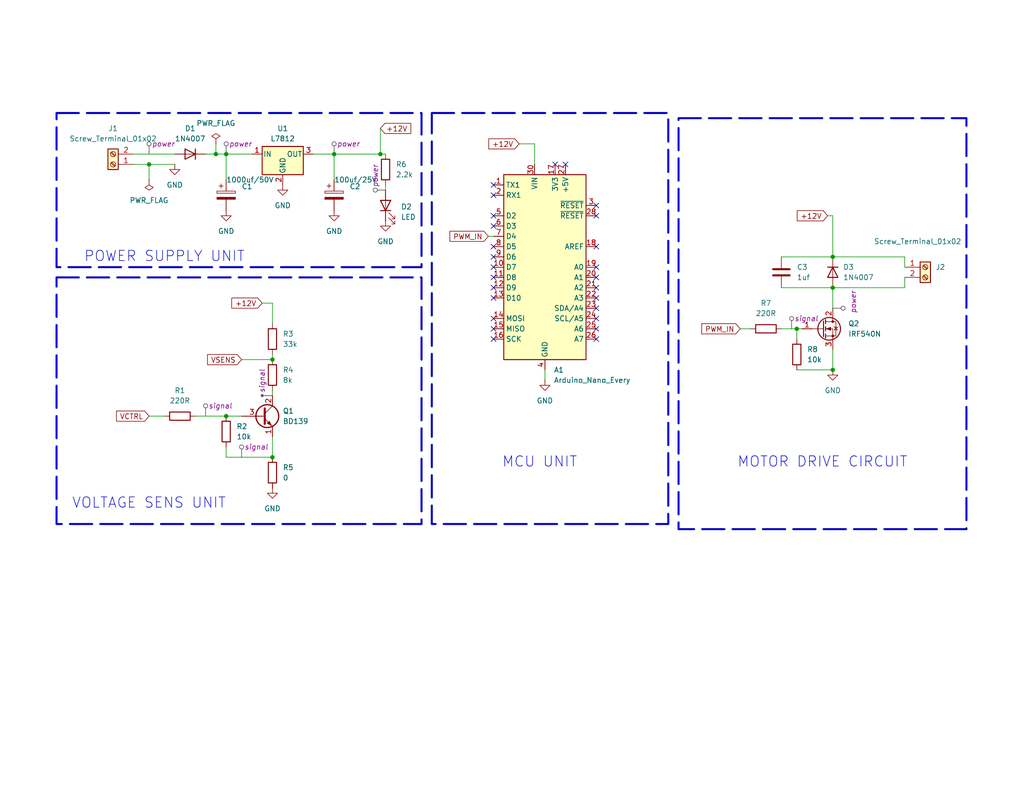
<source format=kicad_sch>
(kicad_sch (version 20231120) (generator "eeschema") (generator_version "8.0")
  (paper "User" 253 200)
  (lib_symbols
    (symbol "Connector:Screw_Terminal_01x02" (pin_names (offset 1.016) hide)
      (property "Reference" "J" (at 0 2.54 0))
      (property "Value" "Screw_Terminal_01x02" (at 0 -5.08 0))
      (symbol "Screw_Terminal_01x02_1_1"
        (rectangle (start -1.27 1.27) (end 1.27 -3.81) (stroke (width 0.254)) (fill (type background)))
        (circle (center 0 -2.54) (radius 0.635) (stroke (width 0.1524)))
        (polyline (pts (xy -0.5334 -2.2098) (xy 0.3302 -3.048)) (stroke (width 0.1524)))
        (polyline (pts (xy -0.5334 0.3302) (xy 0.3302 -0.508)) (stroke (width 0.1524)))
        (polyline (pts (xy -0.3556 -2.032) (xy 0.508 -2.8702)) (stroke (width 0.1524)))
        (polyline (pts (xy -0.3556 0.508) (xy 0.508 -0.3302)) (stroke (width 0.1524)))
        (circle (center 0 0) (radius 0.635) (stroke (width 0.1524)))
        (pin passive line (at -5.08 0 0) (length 3.81) (name "Pin_1") (number "1"))
        (pin passive line (at -5.08 -2.54 0) (length 3.81) (name "Pin_2") (number "2"))
      )
    )
    (symbol "Device:C" (pin_numbers hide) (pin_names (offset 0.254))
      (property "Reference" "C" (at 0.635 2.54 0))
      (property "Value" "C" (at 0.635 -2.54 0))
      (symbol "C_0_1"
        (polyline (pts (xy -2.032 -0.762) (xy 2.032 -0.762)) (stroke (width 0.508)))
        (polyline (pts (xy -2.032 0.762) (xy 2.032 0.762)) (stroke (width 0.508)))
      )
      (symbol "C_1_1"
        (pin passive line (at 0 3.81 270) (length 2.794) (name "~") (number "1"))
        (pin passive line (at 0 -3.81 90) (length 2.794) (name "~") (number "2"))
      )
    )
    (symbol "Device:C_Polarized" (pin_numbers hide) (pin_names (offset 0.254))
      (property "Reference" "C" (at 0.635 2.54 0))
      (property "Value" "C_Polarized" (at 0.635 -2.54 0))
      (symbol "C_Polarized_0_1"
        (rectangle (start -2.286 0.508) (end 2.286 1.016))
        (polyline (pts (xy -1.778 2.286) (xy -0.762 2.286)))
        (polyline (pts (xy -1.27 2.794) (xy -1.27 1.778)))
        (rectangle (start 2.286 -0.508) (end -2.286 -1.016) (fill (type outline)))
      )
      (symbol "C_Polarized_1_1"
        (pin passive line (at 0 3.81 270) (length 2.794) (name "~") (number "1"))
        (pin passive line (at 0 -3.81 90) (length 2.794) (name "~") (number "2"))
      )
    )
    (symbol "Device:LED" (pin_numbers hide) (pin_names (offset 1.016) hide)
      (property "Reference" "D" (at 0 2.54 0))
      (property "Value" "LED" (at 0 -2.54 0))
      (symbol "LED_0_1"
        (polyline (pts (xy -1.27 -1.27) (xy -1.27 1.27)) (stroke (width 0.254)))
        (polyline (pts (xy -1.27 0) (xy 1.27 0)))
        (polyline (pts (xy 1.27 -1.27) (xy 1.27 1.27) (xy -1.27 0) (xy 1.27 -1.27)) (stroke (width 0.254)))
        (polyline (pts (xy -3.048 -0.762) (xy -4.572 -2.286) (xy -3.81 -2.286) (xy -4.572 -2.286) (xy -4.572 -1.524)))
        (polyline (pts (xy -1.778 -0.762) (xy -3.302 -2.286) (xy -2.54 -2.286) (xy -3.302 -2.286) (xy -3.302 -1.524)))
      )
      (symbol "LED_1_1"
        (pin passive line (at -3.81 0 0) (length 2.54) (name "K") (number "1"))
        (pin passive line (at 3.81 0 180) (length 2.54) (name "A") (number "2"))
      )
    )
    (symbol "Device:R" (pin_numbers hide) (pin_names (offset 0))
      (property "Reference" "R" (at 2.032 0 90))
      (property "Value" "R" (at 0 0 90))
      (symbol "R_0_1"
        (rectangle (start -1.016 -2.54) (end 1.016 2.54) (stroke (width 0.254)))
      )
      (symbol "R_1_1"
        (pin passive line (at 0 3.81 270) (length 1.27) (name "~") (number "1"))
        (pin passive line (at 0 -3.81 90) (length 1.27) (name "~") (number "2"))
      )
    )
    (symbol "Diode:1N4007" (pin_numbers hide) (pin_names hide)
      (property "Reference" "D" (at 0 2.54 0))
      (property "Value" "1N4007" (at 0 -2.54 0))
      (symbol "1N4007_0_1"
        (polyline (pts (xy -1.27 1.27) (xy -1.27 -1.27)) (stroke (width 0.254)))
        (polyline (pts (xy 1.27 0) (xy -1.27 0)))
        (polyline (pts (xy 1.27 1.27) (xy 1.27 -1.27) (xy -1.27 0) (xy 1.27 1.27)) (stroke (width 0.254)))
      )
      (symbol "1N4007_1_1"
        (pin passive line (at -3.81 0 0) (length 2.54) (name "K") (number "1"))
        (pin passive line (at 3.81 0 180) (length 2.54) (name "A") (number "2"))
      )
    )
    (symbol "MCU_Module:Arduino_Nano_Every"
      (property "Reference" "A" (at -10.16 23.495 0))
      (property "Value" "Arduino_Nano_Every" (at 5.08 -24.13 0))
      (symbol "Arduino_Nano_Every_0_1"
        (rectangle (start -10.16 22.86) (end 10.16 -22.86) (stroke (width 0.254)) (fill (type background)))
      )
      (symbol "Arduino_Nano_Every_1_1"
        (pin bidirectional line (at -12.7 20.32 0) (length 2.54) (name "TX1") (number "1"))
        (pin bidirectional line (at -12.7 0 0) (length 2.54) (name "D7") (number "10"))
        (pin bidirectional line (at -12.7 -2.54 0) (length 2.54) (name "D8") (number "11"))
        (pin bidirectional line (at -12.7 -5.08 0) (length 2.54) (name "D9") (number "12"))
        (pin bidirectional line (at -12.7 -7.62 0) (length 2.54) (name "D10") (number "13"))
        (pin bidirectional line (at -12.7 -12.7 0) (length 2.54) (name "MOSI") (number "14"))
        (pin bidirectional line (at -12.7 -15.24 0) (length 2.54) (name "MISO") (number "15"))
        (pin bidirectional line (at -12.7 -17.78 0) (length 2.54) (name "SCK") (number "16"))
        (pin power_out line (at 2.54 25.4 270) (length 2.54) (name "3V3") (number "17"))
        (pin input line (at 12.7 5.08 180) (length 2.54) (name "AREF") (number "18"))
        (pin bidirectional line (at 12.7 0 180) (length 2.54) (name "A0") (number "19"))
        (pin bidirectional line (at -12.7 17.78 0) (length 2.54) (name "RX1") (number "2"))
        (pin bidirectional line (at 12.7 -2.54 180) (length 2.54) (name "A1") (number "20"))
        (pin bidirectional line (at 12.7 -5.08 180) (length 2.54) (name "A2") (number "21"))
        (pin bidirectional line (at 12.7 -7.62 180) (length 2.54) (name "A3") (number "22"))
        (pin bidirectional line (at 12.7 -10.16 180) (length 2.54) (name "SDA/A4") (number "23"))
        (pin bidirectional line (at 12.7 -12.7 180) (length 2.54) (name "SCL/A5") (number "24"))
        (pin bidirectional line (at 12.7 -15.24 180) (length 2.54) (name "A6") (number "25"))
        (pin bidirectional line (at 12.7 -17.78 180) (length 2.54) (name "A7") (number "26"))
        (pin power_out line (at 5.08 25.4 270) (length 2.54) (name "+5V") (number "27"))
        (pin input line (at 12.7 12.7 180) (length 2.54) (name "~{RESET}") (number "28"))
        (pin passive line (at 0 -25.4 90) (length 2.54) hide (name "GND") (number "29"))
        (pin input line (at 12.7 15.24 180) (length 2.54) (name "~{RESET}") (number "3"))
        (pin power_in line (at -2.54 25.4 270) (length 2.54) (name "VIN") (number "30"))
        (pin power_in line (at 0 -25.4 90) (length 2.54) (name "GND") (number "4"))
        (pin bidirectional line (at -12.7 12.7 0) (length 2.54) (name "D2") (number "5"))
        (pin bidirectional line (at -12.7 10.16 0) (length 2.54) (name "D3") (number "6"))
        (pin bidirectional line (at -12.7 7.62 0) (length 2.54) (name "D4") (number "7"))
        (pin bidirectional line (at -12.7 5.08 0) (length 2.54) (name "D5") (number "8"))
        (pin bidirectional line (at -12.7 2.54 0) (length 2.54) (name "D6") (number "9"))
      )
    )
    (symbol "Regulator_Linear:L7812" (pin_names (offset 0.254))
      (property "Reference" "U" (at -3.81 3.175 0))
      (property "Value" "L7812" (at 0 3.175 0))
      (symbol "L7812_0_1"
        (rectangle (start -5.08 1.905) (end 5.08 -5.08) (stroke (width 0.254)) (fill (type background)))
      )
      (symbol "L7812_1_1"
        (pin power_in line (at -7.62 0 0) (length 2.54) (name "IN") (number "1"))
        (pin power_in line (at 0 -7.62 90) (length 2.54) (name "GND") (number "2"))
        (pin power_out line (at 7.62 0 180) (length 2.54) (name "OUT") (number "3"))
      )
    )
    (symbol "Transistor_BJT:BD139" (pin_names (offset 0) hide)
      (property "Reference" "Q" (at 5.08 1.905 0))
      (property "Value" "BD139" (at 5.08 0 0))
      (symbol "BD139_0_1"
        (polyline (pts (xy 0 0) (xy 0.635 0)))
        (polyline (pts (xy 2.54 -2.54) (xy 0.635 -0.635)))
        (polyline (pts (xy 2.54 2.54) (xy 0.635 0.635)))
        (polyline (pts (xy 0.635 1.905) (xy 0.635 -1.905) (xy 0.635 -1.905)) (stroke (width 0.508)) (fill (type outline)))
        (polyline (pts (xy 1.2446 -1.778) (xy 1.7526 -1.27) (xy 2.286 -2.286) (xy 1.2446 -1.778) (xy 1.2446 -1.778)) (fill (type outline)))
        (circle (center 1.27 0) (radius 2.8194) (stroke (width 0.3048)))
      )
      (symbol "BD139_1_1"
        (pin passive line (at 2.54 -5.08 90) (length 2.54) (name "E") (number "1"))
        (pin passive line (at 2.54 5.08 270) (length 2.54) (name "C") (number "2"))
        (pin input line (at -5.08 0 0) (length 5.08) (name "B") (number "3"))
      )
    )
    (symbol "Transistor_FET:IRF540N" (pin_names hide)
      (property "Reference" "Q" (at 5.08 1.905 0))
      (property "Value" "IRF540N" (at 5.08 0 0))
      (symbol "IRF540N_0_1"
        (polyline (pts (xy 0.254 0) (xy -2.54 0)))
        (polyline (pts (xy 0.254 1.905) (xy 0.254 -1.905)) (stroke (width 0.254)))
        (polyline (pts (xy 0.762 -1.27) (xy 0.762 -2.286)) (stroke (width 0.254)))
        (polyline (pts (xy 0.762 0.508) (xy 0.762 -0.508)) (stroke (width 0.254)))
        (polyline (pts (xy 0.762 2.286) (xy 0.762 1.27)) (stroke (width 0.254)))
        (polyline (pts (xy 2.54 2.54) (xy 2.54 1.778)))
        (polyline (pts (xy 2.54 -2.54) (xy 2.54 0) (xy 0.762 0)))
        (polyline (pts (xy 0.762 -1.778) (xy 3.302 -1.778) (xy 3.302 1.778) (xy 0.762 1.778)))
        (polyline (pts (xy 1.016 0) (xy 2.032 0.381) (xy 2.032 -0.381) (xy 1.016 0)) (fill (type outline)))
        (polyline (pts (xy 2.794 0.508) (xy 2.921 0.381) (xy 3.683 0.381) (xy 3.81 0.254)))
        (polyline (pts (xy 3.302 0.381) (xy 2.921 -0.254) (xy 3.683 -0.254) (xy 3.302 0.381)))
        (circle (center 1.651 0) (radius 2.794) (stroke (width 0.254)))
        (circle (center 2.54 -1.778) (radius 0.254) (fill (type outline)))
        (circle (center 2.54 1.778) (radius 0.254) (fill (type outline)))
      )
      (symbol "IRF540N_1_1"
        (pin input line (at -5.08 0 0) (length 2.54) (name "G") (number "1"))
        (pin passive line (at 2.54 5.08 270) (length 2.54) (name "D") (number "2"))
        (pin passive line (at 2.54 -5.08 90) (length 2.54) (name "S") (number "3"))
      )
    )
    (symbol "power:GND" (power) (pin_numbers hide) (pin_names (offset 0) hide)
      (property "Value" "GND" (at 0 -3.81 0))
      (symbol "GND_0_1"
        (polyline (pts (xy 0 0) (xy 0 -1.27) (xy 1.27 -1.27) (xy 0 -2.54) (xy -1.27 -1.27) (xy 0 -1.27)))
      )
      (symbol "GND_1_1"
        (pin power_in line (at 0 0 270) (length 0) (name "~") (number "1"))
      )
    )
    (symbol "power:PWR_FLAG" (power) (pin_numbers hide) (pin_names (offset 0) hide)
      (property "Value" "PWR_FLAG" (at 0 3.81 0))
      (symbol "PWR_FLAG_0_0"
        (pin power_out line (at 0 0 90) (length 0) (name "~") (number "1"))
      )
      (symbol "PWR_FLAG_0_1"
        (polyline (pts (xy 0 0) (xy 0 1.27) (xy -1.016 1.905) (xy 0 2.54) (xy 1.016 1.905) (xy 0 1.27)))
      )
    )
  )
  (junction (at 53.34 38.1))
  (junction (at 205.74 71.12))
  (junction (at 82.55 38.1))
  (junction (at 55.88 102.87))
  (junction (at 205.74 91.44))
  (junction (at 67.31 88.9))
  (junction (at 93.98 38.1))
  (junction (at 36.83 40.64))
  (junction (at 67.31 113.03))
  (junction (at 205.74 63.5))
  (junction (at 196.85 81.28))
  (junction (at 55.88 38.1))
  (no_connect (at 147.32 78.74))
  (no_connect (at 147.32 50.8))
  (no_connect (at 147.32 71.12))
  (no_connect (at 121.92 63.5))
  (no_connect (at 147.32 76.2))
  (no_connect (at 121.92 55.88))
  (no_connect (at 147.32 68.58))
  (no_connect (at 121.92 83.82))
  (no_connect (at 147.32 81.28))
  (no_connect (at 121.92 66.04))
  (no_connect (at 121.92 73.66))
  (no_connect (at 121.92 48.26))
  (no_connect (at 121.92 81.28))
  (no_connect (at 147.32 53.34))
  (no_connect (at 121.92 68.58))
  (no_connect (at 147.32 73.66))
  (no_connect (at 147.32 66.04))
  (no_connect (at 121.92 78.74))
  (no_connect (at 121.92 60.96))
  (no_connect (at 121.92 45.72))
  (no_connect (at 121.92 53.34))
  (no_connect (at 137.16 40.64))
  (no_connect (at 147.32 60.96))
  (no_connect (at 147.32 83.82))
  (no_connect (at 139.7 40.64))
  (no_connect (at 121.92 71.12))
  (wire (pts (xy 59.69 88.9) (xy 67.31 88.9)))
  (wire (pts (xy 223.52 71.12) (xy 223.52 68.58)))
  (wire (pts (xy 196.85 83.82) (xy 196.85 81.28)))
  (wire (pts (xy 120.65 58.42) (xy 121.92 58.42)))
  (wire (pts (xy 82.55 38.1) (xy 93.98 38.1)))
  (wire (pts (xy 33.02 38.1) (xy 43.18 38.1)))
  (wire (pts (xy 205.74 71.12) (xy 223.52 71.12)))
  (wire (pts (xy 182.88 81.28) (xy 185.42 81.28)))
  (wire (pts (xy 36.83 40.64) (xy 43.18 40.64)))
  (wire (pts (xy 67.31 74.93) (xy 67.31 80.01)))
  (wire (pts (xy 36.83 44.45) (xy 36.83 40.64)))
  (wire (pts (xy 205.74 53.34) (xy 205.74 63.5)))
  (wire (pts (xy 33.02 40.64) (xy 36.83 40.64)))
  (wire (pts (xy 55.88 110.49) (xy 55.88 113.03)))
  (wire (pts (xy 55.88 113.03) (xy 67.31 113.03)))
  (wire (pts (xy 95.25 45.72) (xy 95.25 46.99)))
  (wire (pts (xy 193.04 71.12) (xy 205.74 71.12)))
  (wire (pts (xy 55.88 102.87) (xy 59.69 102.87)))
  (wire (pts (xy 67.31 113.03) (xy 67.31 107.95)))
  (wire (pts (xy 193.04 63.5) (xy 205.74 63.5)))
  (wire (pts (xy 82.55 44.45) (xy 82.55 38.1)))
  (wire (pts (xy 93.98 38.1) (xy 95.25 38.1)))
  (wire (pts (xy 223.52 63.5) (xy 223.52 66.04)))
  (wire (pts (xy 93.98 31.75) (xy 93.98 38.1)))
  (wire (pts (xy 67.31 96.52) (xy 67.31 97.79)))
  (wire (pts (xy 132.08 35.56) (xy 132.08 40.64)))
  (wire (pts (xy 134.62 93.98) (xy 134.62 91.44)))
  (wire (pts (xy 55.88 44.45) (xy 55.88 38.1)))
  (wire (pts (xy 77.47 38.1) (xy 82.55 38.1)))
  (wire (pts (xy 67.31 87.63) (xy 67.31 88.9)))
  (wire (pts (xy 53.34 35.56) (xy 53.34 38.1)))
  (wire (pts (xy 205.74 63.5) (xy 223.52 63.5)))
  (wire (pts (xy 50.8 38.1) (xy 53.34 38.1)))
  (wire (pts (xy 193.04 81.28) (xy 196.85 81.28)))
  (wire (pts (xy 205.74 91.44) (xy 205.74 86.36)))
  (wire (pts (xy 196.85 81.28) (xy 198.12 81.28)))
  (wire (pts (xy 48.26 102.87) (xy 55.88 102.87)))
  (wire (pts (xy 64.77 74.93) (xy 67.31 74.93)))
  (wire (pts (xy 128.27 35.56) (xy 132.08 35.56)))
  (wire (pts (xy 196.85 91.44) (xy 205.74 91.44)))
  (wire (pts (xy 55.88 38.1) (xy 62.23 38.1)))
  (wire (pts (xy 205.74 71.12) (xy 205.74 76.2)))
  (wire (pts (xy 204.47 53.34) (xy 205.74 53.34)))
  (wire (pts (xy 53.34 38.1) (xy 55.88 38.1)))
  (wire (pts (xy 36.83 102.87) (xy 40.64 102.87)))
  (rectangle (start 13.97 68.58) (end 104.14 129.54) (stroke (width 0.5) (type dash)))
  (rectangle (start 13.97 27.94) (end 104.14 66.04) (stroke (width 0.5) (type dash)))
  (rectangle (start 167.64 29.21) (end 238.76 130.81) (stroke (width 0.5) (type dash)))
  (rectangle (start 106.68 27.94) (end 165.1 129.54) (stroke (width 0.5) (type dash)))
  (text "MOTOR DRIVE CIRCUIT\n" (at 203.2 114.3 0) (effects (font (size 2.54 2.54))))
  (text "VOLTAGE SENS UNIT\n" (at 36.83 124.46 0) (effects (font (size 2.54 2.54))))
  (text "MCU UNIT\n" (at 133.35 114.3 0) (effects (font (size 2.54 2.54))))
  (text "POWER SUPPLY UNIT\n" (at 40.64 63.5 0) (effects (font (size 2.54 2.54))))
  (global_label "VSENS" (shape input) (at 59.69 88.9 180) (property "Intersheetrefs" "${INTERSHEET_REFS}" (effects (hide yes))))
  (global_label "VCTRL" (shape input) (at 36.83 102.87 180) (property "Intersheetrefs" "${INTERSHEET_REFS}" (effects (hide yes))))
  (global_label "+12V" (shape input) (at 64.77 74.93 180) (property "Intersheetrefs" "${INTERSHEET_REFS}" (effects (hide yes))))
  (global_label "+12V" (shape input) (at 93.98 31.75 0) (property "Intersheetrefs" "${INTERSHEET_REFS}" (effects (hide yes))))
  (global_label "PWM_IN" (shape input) (at 182.88 81.28 180) (property "Intersheetrefs" "${INTERSHEET_REFS}" (effects (hide yes))))
  (global_label "+12V" (shape input) (at 204.47 53.34 180) (property "Intersheetrefs" "${INTERSHEET_REFS}" (effects (hide yes))))
  (global_label "PWM_IN" (shape input) (at 120.65 58.42 180) (property "Intersheetrefs" "${INTERSHEET_REFS}" (effects (hide yes))))
  (global_label "+12V" (shape input) (at 128.27 35.56 180) (property "Intersheetrefs" "${INTERSHEET_REFS}" (effects (hide yes))))
  (netclass_flag "" (length 2.54) (shape round) (at 82.55 38.1 0) (property "Netclass" "power" (at 83.2485 35.56 0) (effects (font (italic yes)) (justify left))))
  (netclass_flag "" (length 2.54) (shape round) (at 195.58 81.28 0) (property "Netclass" "signal" (at 196.2785 78.74 0) (effects (font (italic yes)) (justify left))))
  (netclass_flag "" (length 2.54) (shape round) (at 95.25 46.99 90) (property "Netclass" "power" (at 92.71 46.2915 90) (effects (font (italic yes)) (justify left))))
  (netclass_flag "" (length 2.54) (shape round) (at 36.83 38.1 0) (property "Netclass" "power" (at 37.5285 35.56 0) (effects (font (italic yes)) (justify left))))
  (netclass_flag "" (length 2.54) (shape round) (at 55.88 38.1 0) (property "Netclass" "power" (at 56.5785 35.56 0) (effects (font (italic yes)) (justify left))))
  (netclass_flag "" (length 2.54) (shape dot) (at 67.31 97.79 90) (property "Netclass" "signal" (at 64.77 97.0915 90) (effects (font (italic yes)) (justify left))))
  (netclass_flag "" (length 2.54) (shape round) (at 59.69 113.03 0) (property "Netclass" "signal" (at 60.3885 110.49 0) (effects (font (italic yes)) (justify left))))
  (netclass_flag "" (length 2.54) (shape round) (at 50.8 102.87 0) (property "Netclass" "signal" (at 51.4985 100.33 0) (effects (font (italic yes)) (justify left))))
  (netclass_flag "" (length 2.54) (shape round) (at 205.74 76.2 270) (property "Netclass" "power" (at 210.82 77.47 90) (effects (font (italic yes)) (justify left))))
  (symbol (lib_id "Device:C_Polarized") (at 82.55 48.26 0) (unit 1)
    (property "Reference" "C2" (at 86.36 46.1009 0) (effects (justify left)))
    (property "Value" "100uf/25V" (at 82.55 44.45 0) (effects (justify left)))
    (property "Footprint" "Capacitor_THT:CP_Radial_D8.0mm_P3.50mm" (effects (hide yes)))
    (property "Description" "Polarized capacitor" (effects (hide yes)))
  )
  (symbol (lib_id "power:GND") (at 82.55 52.07 0) (unit 1)
    (property "Reference" "#PWR04" (effects (hide yes)))
    (property "Value" "GND" (at 82.55 57.15 0))
    (property "Description" "Power symbol creates a global label with name \"GND\" , ground" (effects (hide yes)))
  )
  (symbol (lib_id "power:GND") (at 134.62 93.98 0) (unit 1)
    (property "Reference" "#PWR07" (effects (hide yes)))
    (property "Value" "GND" (at 134.62 99.06 0))
    (property "Description" "Power symbol creates a global label with name \"GND\" , ground" (effects (hide yes)))
  )
  (symbol (lib_id "Device:R") (at 196.85 87.63 180) (unit 1)
    (property "Reference" "R8" (at 199.39 86.3599 0) (effects (justify right)))
    (property "Value" "10k" (at 199.39 88.8999 0) (effects (justify right)))
    (property "Footprint" "Resistor_THT:R_Axial_DIN0204_L3.6mm_D1.6mm_P7.62mm_Horizontal" (effects (hide yes)))
    (property "Description" "Resistor" (effects (hide yes)))
  )
  (symbol (lib_id "Connector:Screw_Terminal_01x02") (at 228.6 66.04 0) (unit 1)
    (property "Reference" "J2" (at 231.14 66.0399 0) (effects (justify left)))
    (property "Value" "Screw_Terminal_01x02" (at 215.9 59.69 0) (effects (justify left)))
    (property "Footprint" "TerminalBlock_4Ucon:TerminalBlock_4Ucon_1x02_P3.50mm_Horizontal" (effects (hide yes)))
    (property "Description" "Generic screw terminal, single row, 01x02, script generated (kicad-library-utils/schlib/autogen/connector/)" (effects (hide yes)))
  )
  (symbol (lib_id "power:GND") (at 69.85 45.72 0) (unit 1)
    (property "Reference" "#PWR02" (effects (hide yes)))
    (property "Value" "GND" (at 69.85 50.8 0))
    (property "Description" "Power symbol creates a global label with name \"GND\" , ground" (effects (hide yes)))
  )
  (symbol (lib_id "Transistor_FET:IRF540N") (at 203.2 81.28 0) (unit 1)
    (property "Reference" "Q2" (at 209.55 80.0099 0) (effects (justify left)))
    (property "Value" "IRF540N" (at 209.55 82.5499 0) (effects (justify left)))
    (property "Footprint" "Package_TO_SOT_THT:TO-220-3_Vertical" (effects (hide yes)))
    (property "Datasheet" "http://www.irf.com/product-info/datasheets/data/irf540n.pdf" (effects (hide yes)))
    (property "Description" "33A Id, 100V Vds, HEXFET N-Channel MOSFET, TO-220" (effects (hide yes)))
  )
  (symbol (lib_id "Device:R") (at 95.25 41.91 0) (unit 1)
    (property "Reference" "R6" (at 97.79 40.6399 0) (effects (justify left)))
    (property "Value" "2.2k" (at 97.79 43.1799 0) (effects (justify left)))
    (property "Footprint" "Resistor_THT:R_Axial_DIN0204_L3.6mm_D1.6mm_P7.62mm_Horizontal" (effects (hide yes)))
    (property "Description" "Resistor" (effects (hide yes)))
  )
  (symbol (lib_id "Device:C_Polarized") (at 55.88 48.26 0) (unit 1)
    (property "Reference" "C1" (at 59.69 46.1009 0) (effects (justify left)))
    (property "Value" "1000uf/50V" (at 55.88 44.45 0) (effects (justify left)))
    (property "Footprint" "Capacitor_THT:CP_Radial_D8.0mm_P3.50mm" (effects (hide yes)))
    (property "Description" "Polarized capacitor" (effects (hide yes)))
  )
  (symbol (lib_id "Device:R") (at 67.31 116.84 0) (unit 1)
    (property "Reference" "R5" (at 69.85 115.5699 0) (effects (justify left)))
    (property "Value" "0" (at 69.85 118.1099 0) (effects (justify left)))
    (property "Footprint" "Resistor_THT:R_Axial_DIN0204_L3.6mm_D1.6mm_P7.62mm_Horizontal" (effects (hide yes)))
    (property "Description" "Resistor" (effects (hide yes)))
  )
  (symbol (lib_id "Device:R") (at 44.45 102.87 90) (unit 1)
    (property "Reference" "R1" (at 44.45 96.52 90))
    (property "Value" "220R" (at 44.45 99.06 90))
    (property "Footprint" "Resistor_THT:R_Axial_DIN0204_L3.6mm_D1.6mm_P7.62mm_Horizontal" (effects (hide yes)))
    (property "Description" "Resistor" (effects (hide yes)))
  )
  (symbol (lib_id "Device:R") (at 67.31 92.71 0) (unit 1)
    (property "Reference" "R4" (at 69.85 91.4399 0) (effects (justify left)))
    (property "Value" "8k" (at 69.85 93.9799 0) (effects (justify left)))
    (property "Footprint" "Resistor_THT:R_Axial_DIN0204_L3.6mm_D1.6mm_P7.62mm_Horizontal" (effects (hide yes)))
    (property "Description" "Resistor" (effects (hide yes)))
  )
  (symbol (lib_id "power:PWR_FLAG") (at 53.34 35.56 0) (unit 1)
    (property "Reference" "#FLG01" (effects (hide yes)))
    (property "Value" "PWR_FLAG" (at 53.34 30.48 0))
    (property "Description" "Special symbol for telling ERC where power comes from" (effects (hide yes)))
  )
  (symbol (lib_id "Diode:1N4007") (at 46.99 38.1 0) (mirror y) (unit 1)
    (property "Reference" "D1" (at 46.99 31.75 0))
    (property "Value" "1N4007" (at 46.99 34.29 0))
    (property "Footprint" "Diode_THT:D_DO-41_SOD81_P10.16mm_Horizontal" (effects (hide yes)))
    (property "Datasheet" "http://www.vishay.com/docs/88503/1n4001.pdf" (effects (hide yes)))
    (property "Description" "1000V 1A General Purpose Rectifier Diode, DO-41" (effects (hide yes)))
    (property "Sim.Device" "D" (effects (hide yes)))
    (property "Sim.Pins" "1=K 2=A" (effects (hide yes)))
  )
  (symbol (lib_id "power:PWR_FLAG") (at 36.83 44.45 180) (unit 1)
    (property "Reference" "#FLG02" (effects (hide yes)))
    (property "Value" "PWR_FLAG" (at 36.83 49.53 0))
    (property "Description" "Special symbol for telling ERC where power comes from" (effects (hide yes)))
  )
  (symbol (lib_id "Device:R") (at 55.88 106.68 0) (unit 1)
    (property "Reference" "R2" (at 58.42 105.4099 0) (effects (justify left)))
    (property "Value" "10k" (at 58.42 107.9499 0) (effects (justify left)))
    (property "Footprint" "Resistor_THT:R_Axial_DIN0204_L3.6mm_D1.6mm_P7.62mm_Horizontal" (effects (hide yes)))
    (property "Description" "Resistor" (effects (hide yes)))
  )
  (symbol (lib_id "power:GND") (at 43.18 40.64 0) (unit 1)
    (property "Reference" "#PWR01" (effects (hide yes)))
    (property "Value" "GND" (at 43.18 45.72 0))
    (property "Description" "Power symbol creates a global label with name \"GND\" , ground" (effects (hide yes)))
  )
  (symbol (lib_id "Device:LED") (at 95.25 50.8 90) (unit 1)
    (property "Reference" "D2" (at 99.06 51.1174 90) (effects (justify right)))
    (property "Value" "LED" (at 99.06 53.6574 90) (effects (justify right)))
    (property "Footprint" "LED_THT:LED_D3.0mm" (effects (hide yes)))
    (property "Description" "Light emitting diode" (effects (hide yes)))
  )
  (symbol (lib_id "power:GND") (at 205.74 91.44 0) (unit 1)
    (property "Reference" "#PWR08" (effects (hide yes)))
    (property "Value" "GND" (at 205.74 96.52 0))
    (property "Description" "Power symbol creates a global label with name \"GND\" , ground" (effects (hide yes)))
  )
  (symbol (lib_id "Regulator_Linear:L7812") (at 69.85 38.1 0) (unit 1)
    (property "Reference" "U1" (at 69.85 31.75 0))
    (property "Value" "L7812" (at 69.85 34.29 0))
    (property "Footprint" "Package_TO_SOT_SMD:TO-252-2" (effects (hide yes)))
    (property "Datasheet" "http://www.st.com/content/ccc/resource/technical/document/datasheet/41/4f/b3/b0/12/d4/47/88/CD00000444.pdf/files/CD00000444.pdf/jcr:content/translations/en.CD00000444.pdf" (effects (hide yes)))
    (property "Description" "Positive 1.5A 35V Linear Regulator, Fixed Output 12V, TO-220/TO-263/TO-252" (effects (hide yes)))
  )
  (symbol (lib_id "Transistor_BJT:BD139") (at 64.77 102.87 0) (unit 1)
    (property "Reference" "Q1" (at 69.85 101.5999 0) (effects (justify left)))
    (property "Value" "BD139" (at 69.85 104.1399 0) (effects (justify left)))
    (property "Footprint" "Package_TO_SOT_THT:TO-126-3_Vertical" (effects (hide yes)))
    (property "Datasheet" "http://www.st.com/internet/com/TECHNICAL_RESOURCES/TECHNICAL_LITERATURE/DATASHEET/CD00001225.pdf" (effects (hide yes)))
    (property "Description" "1.5A Ic, 80V Vce, Low Voltage Transistor, TO-126" (effects (hide yes)))
  )
  (symbol (lib_id "power:GND") (at 67.31 120.65 0) (unit 1)
    (property "Reference" "#PWR06" (effects (hide yes)))
    (property "Value" "GND" (at 67.31 125.73 0))
    (property "Description" "Power symbol creates a global label with name \"GND\" , ground" (effects (hide yes)))
  )
  (symbol (lib_id "Connector:Screw_Terminal_01x02") (at 27.94 40.64 180) (unit 1)
    (property "Reference" "J1" (at 27.94 31.75 0))
    (property "Value" "Screw_Terminal_01x02" (at 27.94 34.29 0))
    (property "Footprint" "TerminalBlock_4Ucon:TerminalBlock_4Ucon_1x02_P3.50mm_Horizontal" (effects (hide yes)))
    (property "Description" "Generic screw terminal, single row, 01x02, script generated (kicad-library-utils/schlib/autogen/connector/)" (effects (hide yes)))
  )
  (symbol (lib_id "Device:R") (at 189.23 81.28 90) (unit 1)
    (property "Reference" "R7" (at 189.23 74.93 90))
    (property "Value" "220R" (at 189.23 77.47 90))
    (property "Footprint" "Resistor_THT:R_Axial_DIN0204_L3.6mm_D1.6mm_P7.62mm_Horizontal" (effects (hide yes)))
    (property "Description" "Resistor" (effects (hide yes)))
  )
  (symbol (lib_id "power:GND") (at 55.88 52.07 0) (unit 1)
    (property "Reference" "#PWR03" (effects (hide yes)))
    (property "Value" "GND" (at 55.88 57.15 0))
    (property "Description" "Power symbol creates a global label with name \"GND\" , ground" (effects (hide yes)))
  )
  (symbol (lib_id "power:GND") (at 95.25 54.61 0) (unit 1)
    (property "Reference" "#PWR05" (effects (hide yes)))
    (property "Value" "GND" (at 95.25 59.69 0))
    (property "Description" "Power symbol creates a global label with name \"GND\" , ground" (effects (hide yes)))
  )
  (symbol (lib_id "Device:C") (at 193.04 67.31 0) (unit 1)
    (property "Reference" "C3" (at 196.85 66.0399 0) (effects (justify left)))
    (property "Value" "1uf" (at 196.85 68.5799 0) (effects (justify left)))
    (property "Footprint" "Capacitor_THT:C_Disc_D3.0mm_W1.6mm_P2.50mm" (effects (hide yes)))
    (property "Description" "Unpolarized capacitor" (effects (hide yes)))
  )
  (symbol (lib_id "MCU_Module:Arduino_Nano_Every") (at 134.62 66.04 0) (unit 1)
    (property "Reference" "A1" (at 136.8141 91.44 0) (effects (justify left)))
    (property "Value" "Arduino_Nano_Every" (at 136.8141 93.98 0) (effects (justify left)))
    (property "Footprint" "Module:Arduino_Nano" (effects (hide yes)))
    (property "Datasheet" "https://content.arduino.cc/assets/NANOEveryV3.0_sch.pdf" (effects (hide yes)))
    (property "Description" "Arduino Nano Every" (effects (hide yes)))
  )
  (symbol (lib_id "Diode:1N4007") (at 205.74 67.31 90) (mirror x) (unit 1)
    (property "Reference" "D3" (at 208.28 66.0399 90) (effects (justify right)))
    (property "Value" "1N4007" (at 208.28 68.5799 90) (effects (justify right)))
    (property "Footprint" "Diode_THT:D_DO-41_SOD81_P10.16mm_Horizontal" (effects (hide yes)))
    (property "Datasheet" "http://www.vishay.com/docs/88503/1n4001.pdf" (effects (hide yes)))
    (property "Description" "1000V 1A General Purpose Rectifier Diode, DO-41" (effects (hide yes)))
    (property "Sim.Device" "D" (effects (hide yes)))
    (property "Sim.Pins" "1=K 2=A" (effects (hide yes)))
  )
  (symbol (lib_id "Device:R") (at 67.31 83.82 0) (unit 1)
    (property "Reference" "R3" (at 69.85 82.5499 0) (effects (justify left)))
    (property "Value" "33k" (at 69.85 85.0899 0) (effects (justify left)))
    (property "Footprint" "Resistor_THT:R_Axial_DIN0204_L3.6mm_D1.6mm_P7.62mm_Horizontal" (effects (hide yes)))
    (property "Description" "Resistor" (effects (hide yes)))
  )
)
</source>
